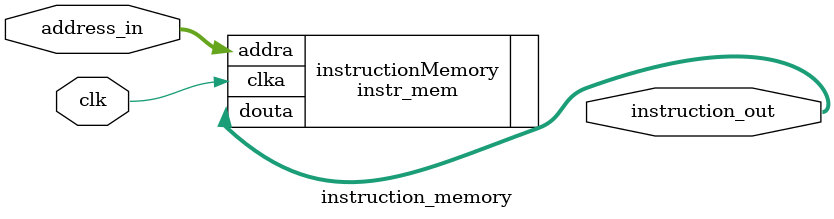
<source format=v>
`timescale 1ns / 1ps

module instruction_memory(clk,address_in, instruction_out);
    input wire clk;
    input wire[9:0] address_in;
    output wire[31:0] instruction_out;

instr_mem instructionMemory (
  .clka(clk), // input clka
  .addra(address_in), // input [9 : 0] addra
  .douta(instruction_out) // output [31 : 0] douta
);

endmodule

</source>
